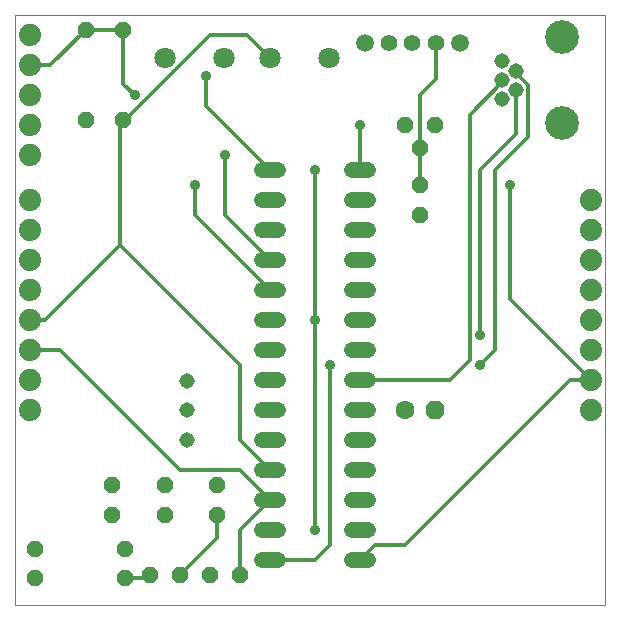
<source format=gtl>
G75*
%MOIN*%
%OFA0B0*%
%FSLAX25Y25*%
%IPPOS*%
%LPD*%
%AMOC8*
5,1,8,0,0,1.08239X$1,22.5*
%
%ADD10C,0.00000*%
%ADD11C,0.07400*%
%ADD12OC8,0.05200*%
%ADD13C,0.06300*%
%ADD14OC8,0.06300*%
%ADD15C,0.05150*%
%ADD16C,0.11220*%
%ADD17C,0.05200*%
%ADD18C,0.05543*%
%ADD19C,0.05937*%
%ADD20C,0.07087*%
%ADD21C,0.03562*%
%ADD22C,0.01200*%
D10*
X0001800Y0001800D02*
X0001800Y0198650D01*
X0198650Y0198650D01*
X0198650Y0001800D01*
X0001800Y0001800D01*
D11*
X0006800Y0066800D03*
X0006800Y0076800D03*
X0006800Y0086800D03*
X0006800Y0096800D03*
X0006800Y0106800D03*
X0006800Y0116800D03*
X0006800Y0126800D03*
X0006800Y0136800D03*
X0006800Y0151800D03*
X0006800Y0161800D03*
X0006800Y0171800D03*
X0006800Y0181800D03*
X0006800Y0191800D03*
X0193800Y0136800D03*
X0193800Y0126800D03*
X0193800Y0116800D03*
X0193800Y0106800D03*
X0193800Y0096800D03*
X0193800Y0086800D03*
X0193800Y0076800D03*
X0193800Y0066800D03*
D12*
X0136800Y0131800D03*
X0136800Y0141800D03*
X0136800Y0154300D03*
X0131800Y0161800D03*
X0141800Y0161800D03*
X0038020Y0163611D03*
X0025402Y0163611D03*
X0025402Y0193611D03*
X0038020Y0193611D03*
X0034300Y0041800D03*
X0034300Y0031800D03*
X0038611Y0020461D03*
X0038611Y0010816D03*
X0046800Y0011800D03*
X0056800Y0011800D03*
X0066800Y0011800D03*
X0076800Y0011800D03*
X0069300Y0031800D03*
X0069300Y0041800D03*
X0051800Y0041800D03*
X0051800Y0031800D03*
X0008611Y0020461D03*
X0008611Y0010816D03*
D13*
X0131800Y0066800D03*
D14*
X0141800Y0066800D03*
D15*
X0059300Y0066800D03*
X0059300Y0056957D03*
X0059300Y0076643D03*
X0164221Y0170501D03*
X0168946Y0173650D03*
X0164221Y0176800D03*
X0168946Y0179950D03*
X0164221Y0183099D03*
D16*
X0184300Y0191170D03*
X0184300Y0162430D03*
D17*
X0119400Y0146800D02*
X0114200Y0146800D01*
X0114200Y0136800D02*
X0119400Y0136800D01*
X0119400Y0126800D02*
X0114200Y0126800D01*
X0114200Y0116800D02*
X0119400Y0116800D01*
X0119400Y0106800D02*
X0114200Y0106800D01*
X0114200Y0096800D02*
X0119400Y0096800D01*
X0119400Y0086800D02*
X0114200Y0086800D01*
X0114200Y0076800D02*
X0119400Y0076800D01*
X0119400Y0066800D02*
X0114200Y0066800D01*
X0114200Y0056800D02*
X0119400Y0056800D01*
X0119400Y0046800D02*
X0114200Y0046800D01*
X0114200Y0036800D02*
X0119400Y0036800D01*
X0119400Y0026800D02*
X0114200Y0026800D01*
X0114200Y0016800D02*
X0119400Y0016800D01*
X0089400Y0016800D02*
X0084200Y0016800D01*
X0084200Y0026800D02*
X0089400Y0026800D01*
X0089400Y0036800D02*
X0084200Y0036800D01*
X0084200Y0046800D02*
X0089400Y0046800D01*
X0089400Y0056800D02*
X0084200Y0056800D01*
X0084200Y0066800D02*
X0089400Y0066800D01*
X0089400Y0076800D02*
X0084200Y0076800D01*
X0084200Y0086800D02*
X0089400Y0086800D01*
X0089400Y0096800D02*
X0084200Y0096800D01*
X0084200Y0106800D02*
X0089400Y0106800D01*
X0089400Y0116800D02*
X0084200Y0116800D01*
X0084200Y0126800D02*
X0089400Y0126800D01*
X0089400Y0136800D02*
X0084200Y0136800D01*
X0084200Y0146800D02*
X0089400Y0146800D01*
D18*
X0126426Y0189300D03*
X0134300Y0189300D03*
X0142174Y0189300D03*
D19*
X0150048Y0189300D03*
X0118552Y0189300D03*
D20*
X0106485Y0184300D03*
X0086800Y0184300D03*
X0071643Y0184300D03*
X0051957Y0184300D03*
D21*
X0041800Y0171800D03*
X0065471Y0178129D03*
X0071800Y0151800D03*
X0061800Y0141800D03*
X0101800Y0146800D03*
X0116800Y0161800D03*
X0166800Y0141800D03*
X0156800Y0091800D03*
X0156800Y0081800D03*
X0106800Y0081800D03*
X0101800Y0096800D03*
X0101800Y0026800D03*
D22*
X0101800Y0096800D01*
X0101800Y0146800D01*
X0086800Y0146800D02*
X0065471Y0168129D01*
X0065471Y0178129D01*
X0066800Y0191800D02*
X0038611Y0163611D01*
X0038020Y0163611D01*
X0036800Y0162391D01*
X0036800Y0121800D01*
X0076800Y0081800D01*
X0076800Y0056800D01*
X0086800Y0046800D01*
X0076800Y0046800D02*
X0086800Y0036800D01*
X0076800Y0026800D01*
X0076800Y0011800D01*
X0086800Y0016800D02*
X0101800Y0016800D01*
X0106800Y0021800D01*
X0106800Y0081800D01*
X0116800Y0076800D02*
X0146800Y0076800D01*
X0153419Y0083419D01*
X0153419Y0165320D01*
X0164221Y0176122D01*
X0164221Y0176800D01*
X0168946Y0179272D02*
X0172920Y0175297D01*
X0172920Y0157920D01*
X0161800Y0146800D01*
X0161800Y0086800D01*
X0156800Y0081800D01*
X0156800Y0091800D02*
X0156800Y0146800D01*
X0168946Y0158946D01*
X0168946Y0173650D01*
X0168946Y0179272D02*
X0168946Y0179950D01*
X0142174Y0177174D02*
X0136800Y0171800D01*
X0136800Y0154300D01*
X0136800Y0141800D01*
X0116800Y0146800D02*
X0116800Y0161800D01*
X0142174Y0177174D02*
X0142174Y0189300D01*
X0166800Y0141800D02*
X0166800Y0103800D01*
X0193800Y0076800D01*
X0186800Y0076800D01*
X0131800Y0021800D01*
X0121800Y0021800D01*
X0116800Y0016800D01*
X0076800Y0046800D02*
X0056800Y0046800D01*
X0016800Y0086800D01*
X0006800Y0086800D01*
X0006800Y0096800D02*
X0011800Y0096800D01*
X0036800Y0121800D01*
X0061800Y0131800D02*
X0086800Y0106800D01*
X0086800Y0116800D02*
X0071800Y0131800D01*
X0071800Y0151800D01*
X0061800Y0141800D02*
X0061800Y0131800D01*
X0041800Y0171800D02*
X0038020Y0175580D01*
X0038020Y0193611D01*
X0025402Y0193611D01*
X0013591Y0181800D01*
X0006800Y0181800D01*
X0066800Y0191800D02*
X0079300Y0191800D01*
X0086800Y0184300D01*
X0069300Y0031800D02*
X0069300Y0024300D01*
X0056800Y0011800D01*
X0046800Y0011800D02*
X0045816Y0010816D01*
X0038611Y0010816D01*
M02*

</source>
